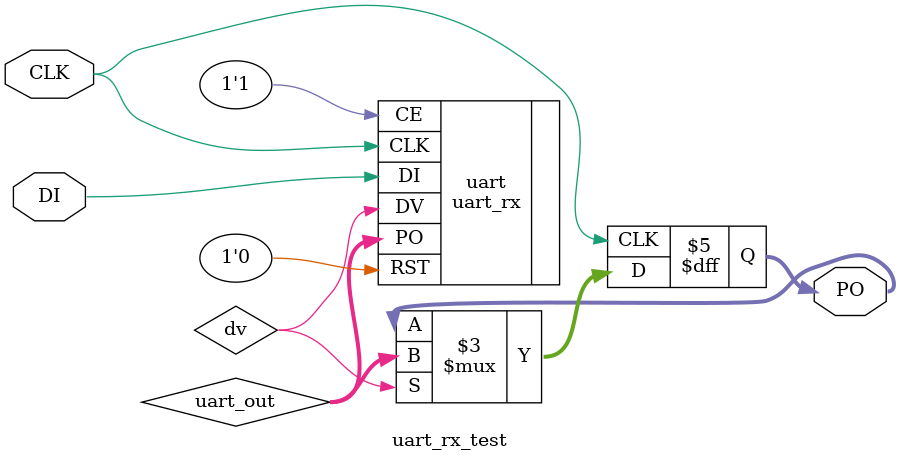
<source format=v>
module uart_rx_test (
	input CLK,
	input DI,
	output reg [7:0] PO = 0
);

wire dv;

wire [7:0] uart_out;

uart_rx uart (
	.CLK(CLK),
	.CE(1'd1),
	.RST(1'd0),
	.DI(DI),
	.DV(dv),
	.PO(uart_out)
);

always @(posedge CLK)
	if (dv)
		PO <= uart_out;
		

endmodule
</source>
